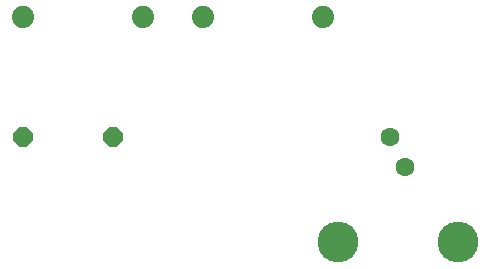
<source format=gbr>
G04 EAGLE Gerber RS-274X export*
G75*
%MOMM*%
%FSLAX34Y34*%
%LPD*%
%INSoldermask Bottom*%
%IPPOS*%
%AMOC8*
5,1,8,0,0,1.08239X$1,22.5*%
G01*
%ADD10P,1.759533X8X22.500000*%
%ADD11C,1.879600*%
%ADD12C,1.600200*%
%ADD13C,3.454400*%


D10*
X50800Y127000D03*
X127000Y127000D03*
D11*
X304800Y228600D03*
X203200Y228600D03*
X152400Y228600D03*
X50800Y228600D03*
D12*
X374650Y101600D03*
X361950Y127000D03*
D13*
X317500Y38100D03*
X419100Y38100D03*
M02*

</source>
